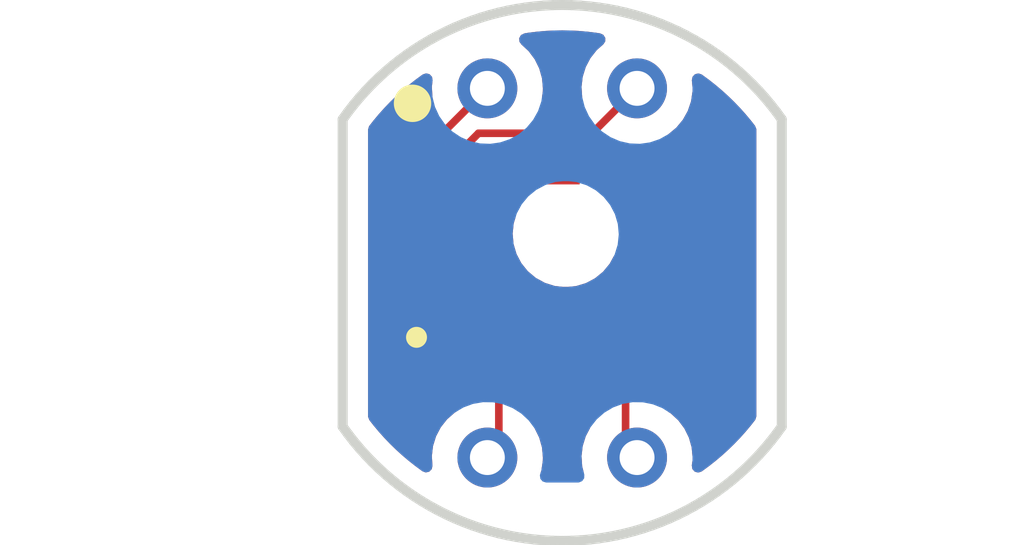
<source format=kicad_pcb>
(kicad_pcb (version 20211014) (generator pcbnew)
  (layers (0 "F.Cu" signal) (31 "B.Cu" signal) (34 "B.Paste" user) (35 "F.Paste" user) (36 "B.SilkS" user "B.Silkscreen") (37 "F.SilkS" user "F.Silkscreen") (38 "B.Mask" user) (39 "F.Mask" user) (44 "Edge.Cuts" user))
  (net 0 "")
  (net 1 "Net-(U1-Pad3)")
  (net 2 "Net-(U1-Pad2)")
  (net 3 "Net-(J1-Pad3)")
  (net 4 "Net-(J1-Pad4)")
  (footprint "WARBL footprints:Pressure sensor header" (layer "F.Cu") (at 148.5 86.3)
    (fp_text reference "J1" hide)
    (fp_text value "Pressure sensor connector")
    (pad "1" thru_hole circle (at 0 0) (size 1.2 1.2) (drill 0.7) (layers *.Cu *.Mask) (net 2 "Net-(U1-Pad2)"))
    (pad "2" thru_hole oval (at 3 0) (size 1.2 1.2) (drill 0.7) (layers *.Cu *.Mask) (net 1 "Net-(U1-Pad3)"))
    (pad "3" thru_hole oval (at 3 7.4) (size 1.2 1.2) (drill 0.7) (layers *.Cu *.Mask) (net 3 "Net-(J1-Pad3)"))
    (pad "4" thru_hole oval (at 0 7.4) (size 1.2 1.2) (drill 0.7) (layers *.Cu *.Mask) (net 4 "Net-(J1-Pad4)"))
  )
  (footprint "WARBL footprints:MPRLS0001PG00001C" (layer "F.Cu") (at 150 90 -90)
    (fp_text reference "U1" hide)
    (fp_text value "MPRLS0001PG00001C pressure sensor" hide)
    (fp_circle (center 1.29 2.92) (end 1.44 2.92) (layer "F.SilkS") (width 0.12) (fill solid))
    (pad "" np_thru_hole circle locked (at -0.78 -0.07 270) (size 1.1 1.1) (drill 1.1) (layers *.Cu *.Mask))
    (pad "1" smd rect locked (at 1.27 2.1) (size 0.65 0.7) (layers "F.Cu" "F.Paste" "F.Mask"))
    (pad "2" smd rect locked (at 0 2.1) (size 0.65 0.7) (layers "F.Cu" "F.Paste" "F.Mask") (net 2 "Net-(U1-Pad2)"))
    (pad "3" smd rect locked (at -1.27 2.1) (size 0.65 0.7) (layers "F.Cu" "F.Paste" "F.Mask") (net 1 "Net-(U1-Pad3)"))
    (pad "4" smd rect locked (at -2.1 1.27 270) (size 0.65 0.7) (layers "F.Cu" "F.Paste" "F.Mask"))
    (pad "5" smd rect locked (at -2.1 0 270) (size 0.65 0.7) (layers "F.Cu" "F.Paste" "F.Mask"))
    (pad "6" smd rect locked (at -2.1 -1.27 270) (size 0.65 0.7) (layers "F.Cu" "F.Paste" "F.Mask"))
    (pad "7" smd rect locked (at -1.27 -2.1) (size 0.65 0.7) (layers "F.Cu" "F.Paste" "F.Mask"))
    (pad "8" smd rect locked (at 0 -2.1) (size 0.65 0.7) (layers "F.Cu" "F.Paste" "F.Mask"))
    (pad "9" smd rect locked (at 1.27 -2.1) (size 0.65 0.7) (layers "F.Cu" "F.Paste" "F.Mask"))
    (pad "10" smd rect locked (at 2.1 -1.27 270) (size 0.65 0.7) (layers "F.Cu" "F.Paste" "F.Mask") (net 3 "Net-(J1-Pad3)"))
    (pad "11" smd rect locked (at 2.1 0 270) (size 0.65 0.7) (layers "F.Cu" "F.Paste" "F.Mask"))
    (pad "12" smd rect locked (at 2.1 1.27 270) (size 0.65 0.7) (layers "F.Cu" "F.Paste" "F.Mask") (net 4 "Net-(J1-Pad4)"))
  )
  (gr_circle (center 147 86.6) (end 147.3 86.6) (layer "F.SilkS") (width 0.15) (fill solid))
  (gr_line locked (start 152.80097 94.582429) (end 152.956426 94.483708) (layer "Edge.Cuts") (width 0.2))
  (gr_line locked (start 153.937594 86.347681) (end 153.810065 86.214834) (layer "Edge.Cuts") (width 0.2))
  (gr_line locked (start 147.519632 85.236403) (end 147.357777 85.324239) (layer "Edge.Cuts") (width 0.2))
  (gr_line locked (start 154.291832 93.228662) (end 154.4 93.079625) (layer "Edge.Cuts") (width 0.2))
  (gr_line locked (start 151.978083 94.993123) (end 152.148102 94.922372) (layer "Edge.Cuts") (width 0.2))
  (gr_line locked (start 151.097191 95.257401) (end 151.276788 95.216694) (layer "Edge.Cuts") (width 0.2))
  (gr_line locked (start 148.902808 84.7426) (end 148.723211 84.783307) (layer "Edge.Cuts") (width 0.2))
  (gr_line locked (start 152.148102 94.922372) (end 152.315596 94.845834) (layer "Edge.Cuts") (width 0.2))
  (gr_line locked (start 145.708167 86.771339) (end 145.6 86.920376) (layer "Edge.Cuts") (width 0.2))
  (gr_line locked (start 147.851897 85.077629) (end 147.684403 85.154167) (layer "Edge.Cuts") (width 0.2))
  (gr_line locked (start 154.060494 93.515178) (end 154.17862 93.373903) (layer "Edge.Cuts") (width 0.2))
  (gr_line locked (start 145.939505 86.484823) (end 145.821379 86.626098) (layer "Edge.Cuts") (width 0.2))
  (gr_line locked (start 146.062405 86.347681) (end 145.939505 86.484823) (layer "Edge.Cuts") (width 0.2))
  (gr_line locked (start 154.4 86.920376) (end 154.291832 86.771339) (layer "Edge.Cuts") (width 0.2))
  (gr_line locked (start 148.723211 95.216694) (end 148.902808 95.257401) (layer "Edge.Cuts") (width 0.2))
  (gr_line locked (start 145.6 93.079625) (end 145.708167 93.228662) (layer "Edge.Cuts") (width 0.2))
  (gr_line locked (start 145.939505 93.515178) (end 146.062405 93.65232) (layer "Edge.Cuts") (width 0.2))
  (gr_line locked (start 153.541723 94.037361) (end 153.678056 93.913565) (layer "Edge.Cuts") (width 0.2))
  (gr_line locked (start 153.108405 94.379715) (end 153.25673 94.270573) (layer "Edge.Cuts") (width 0.2))
  (gr_line locked (start 150 84.629332) (end 149.815874 84.632489) (layer "Edge.Cuts") (width 0.2))
  (gr_line locked (start 154.060494 86.484823) (end 153.937594 86.347681) (layer "Edge.Cuts") (width 0.2))
  (gr_line locked (start 147.357777 85.324239) (end 147.199029 85.417572) (layer "Edge.Cuts") (width 0.2))
  (gr_line locked (start 152.642222 85.324239) (end 152.480367 85.236403) (layer "Edge.Cuts") (width 0.2))
  (gr_line locked (start 152.480367 85.236403) (end 152.315596 85.154167) (layer "Edge.Cuts") (width 0.2))
  (gr_line locked (start 153.401226 85.843591) (end 153.25673 85.729428) (layer "Edge.Cuts") (width 0.2))
  (gr_line locked (start 149.083696 95.291926) (end 149.26566 95.320229) (layer "Edge.Cuts") (width 0.2))
  (gr_line locked (start 146.321943 93.913565) (end 146.458276 94.037361) (layer "Edge.Cuts") (width 0.2))
  (gr_line locked (start 148.545115 84.830146) (end 148.368729 84.883064) (layer "Edge.Cuts") (width 0.2))
  (gr_line locked (start 151.978083 85.006878) (end 151.805738 84.941998) (layer "Edge.Cuts") (width 0.2))
  (gr_line locked (start 152.315596 94.845834) (end 152.480367 94.763598) (layer "Edge.Cuts") (width 0.2))
  (gr_line locked (start 150.184125 95.367512) (end 150.368034 95.358045) (layer "Edge.Cuts") (width 0.2))
  (gr_line locked (start 150.184125 84.632489) (end 150 84.629332) (layer "Edge.Cuts") (width 0.2))
  (gr_line locked (start 147.851897 94.922372) (end 148.021916 94.993123) (layer "Edge.Cuts") (width 0.2))
  (gr_line locked (start 146.598773 85.843591) (end 146.458276 85.96264) (layer "Edge.Cuts") (width 0.2))
  (gr_line locked (start 150.734339 84.679772) (end 150.551511 84.657724) (layer "Edge.Cuts") (width 0.2))
  (gr_line locked (start 146.743269 85.729428) (end 146.598773 85.843591) (layer "Edge.Cuts") (width 0.2))
  (gr_line locked (start 146.598773 94.156411) (end 146.743269 94.270573) (layer "Edge.Cuts") (width 0.2))
  (gr_line locked (start 154.291832 86.771339) (end 154.17862 86.626098) (layer "Edge.Cuts") (width 0.2))
  (gr_line locked (start 145.821379 86.626098) (end 145.708167 86.771339) (layer "Edge.Cuts") (width 0.2))
  (gr_line locked (start 154.17862 93.373903) (end 154.291832 93.228662) (layer "Edge.Cuts") (width 0.2))
  (gr_line locked (start 148.194261 95.058003) (end 148.368729 95.116937) (layer "Edge.Cuts") (width 0.2))
  (gr_line locked (start 147.684403 85.154167) (end 147.519632 85.236403) (layer "Edge.Cuts") (width 0.2))
  (gr_line locked (start 148.545115 95.169855) (end 148.723211 95.216694) (layer "Edge.Cuts") (width 0.2))
  (gr_line locked (start 146.891594 94.379715) (end 147.043573 94.483708) (layer "Edge.Cuts") (width 0.2))
  (gr_line locked (start 151.097191 84.7426) (end 150.916303 84.708075) (layer "Edge.Cuts") (width 0.2))
  (gr_line locked (start 149.815874 84.632489) (end 149.631965 84.641957) (layer "Edge.Cuts") (width 0.2))
  (gr_line locked (start 148.368729 95.116937) (end 148.545115 95.169855) (layer "Edge.Cuts") (width 0.2))
  (gr_line locked (start 148.723211 84.783307) (end 148.545115 84.830146) (layer "Edge.Cuts") (width 0.2))
  (gr_line locked (start 147.357777 94.675762) (end 147.519632 94.763598) (layer "Edge.Cuts") (width 0.2))
  (gr_line locked (start 148.368729 84.883064) (end 148.194261 84.941998) (layer "Edge.Cuts") (width 0.2))
  (gr_line locked (start 148.021916 85.006878) (end 147.851897 85.077629) (layer "Edge.Cuts") (width 0.2))
  (gr_line locked (start 147.684403 94.845834) (end 147.851897 94.922372) (layer "Edge.Cuts") (width 0.2))
  (gr_line locked (start 146.891594 85.620286) (end 146.743269 85.729428) (layer "Edge.Cuts") (width 0.2))
  (gr_line locked (start 146.062405 93.65232) (end 146.189934 93.785167) (layer "Edge.Cuts") (width 0.2))
  (gr_line locked (start 154.4 93.079625) (end 154.4 86.920376) (layer "Edge.Cuts") (width 0.2))
  (gr_line locked (start 147.043573 94.483708) (end 147.199029 94.582429) (layer "Edge.Cuts") (width 0.2))
  (gr_line locked (start 149.631965 95.358045) (end 149.815874 95.367512) (layer "Edge.Cuts") (width 0.2))
  (gr_line locked (start 151.454884 84.830146) (end 151.276788 84.783307) (layer "Edge.Cuts") (width 0.2))
  (gr_line locked (start 146.189934 93.785167) (end 146.321943 93.913565) (layer "Edge.Cuts") (width 0.2))
  (gr_line locked (start 152.956426 85.516293) (end 152.80097 85.417572) (layer "Edge.Cuts") (width 0.2))
  (gr_line locked (start 153.678056 86.086436) (end 153.541723 85.96264) (layer "Edge.Cuts") (width 0.2))
  (gr_line locked (start 149.448488 95.342277) (end 149.631965 95.358045) (layer "Edge.Cuts") (width 0.2))
  (gr_line locked (start 145.708167 93.228662) (end 145.821379 93.373903) (layer "Edge.Cuts") (width 0.2))
  (gr_line locked (start 149.26566 95.320229) (end 149.448488 95.342277) (layer "Edge.Cuts") (width 0.2))
  (gr_line locked (start 153.25673 85.729428) (end 153.108405 85.620286) (layer "Edge.Cuts") (width 0.2))
  (gr_line locked (start 153.108405 85.620286) (end 152.956426 85.516293) (layer "Edge.Cuts") (width 0.2))
  (gr_line locked (start 146.458276 85.96264) (end 146.321943 86.086436) (layer "Edge.Cuts") (width 0.2))
  (gr_line locked (start 151.454884 95.169855) (end 151.63127 95.116937) (layer "Edge.Cuts") (width 0.2))
  (gr_line locked (start 150 95.370669) (end 150.184125 95.367512) (layer "Edge.Cuts") (width 0.2))
  (gr_line locked (start 146.321943 86.086436) (end 146.189934 86.214834) (layer "Edge.Cuts") (width 0.2))
  (gr_line locked (start 148.902808 95.257401) (end 149.083696 95.291926) (layer "Edge.Cuts") (width 0.2))
  (gr_line locked (start 150.551511 84.657724) (end 150.368034 84.641957) (layer "Edge.Cuts") (width 0.2))
  (gr_line locked (start 150.916303 95.291926) (end 151.097191 95.257401) (layer "Edge.Cuts") (width 0.2))
  (gr_line locked (start 148.021916 94.993123) (end 148.194261 95.058003) (layer "Edge.Cuts") (width 0.2))
  (gr_line locked (start 148.194261 84.941998) (end 148.021916 85.006878) (layer "Edge.Cuts") (width 0.2))
  (gr_line locked (start 151.276788 95.216694) (end 151.454884 95.169855) (layer "Edge.Cuts") (width 0.2))
  (gr_line locked (start 152.80097 85.417572) (end 152.642222 85.324239) (layer "Edge.Cuts") (width 0.2))
  (gr_line locked (start 152.956426 94.483708) (end 153.108405 94.379715) (layer "Edge.Cuts") (width 0.2))
  (gr_line locked (start 152.315596 85.154167) (end 152.148102 85.077629) (layer "Edge.Cuts") (width 0.2))
  (gr_line locked (start 149.083696 84.708075) (end 148.902808 84.7426) (layer "Edge.Cuts") (width 0.2))
  (gr_line locked (start 154.17862 86.626098) (end 154.060494 86.484823) (layer "Edge.Cuts") (width 0.2))
  (gr_line locked (start 150.916303 84.708075) (end 150.734339 84.679772) (layer "Edge.Cuts") (width 0.2))
  (gr_line locked (start 146.458276 94.037361) (end 146.598773 94.156411) (layer "Edge.Cuts") (width 0.2))
  (gr_line locked (start 153.401226 94.156411) (end 153.541723 94.037361) (layer "Edge.Cuts") (width 0.2))
  (gr_line locked (start 147.519632 94.763598) (end 147.684403 94.845834) (layer "Edge.Cuts") (width 0.2))
  (gr_line locked (start 151.276788 84.783307) (end 151.097191 84.7426) (layer "Edge.Cuts") (width 0.2))
  (gr_line locked (start 152.148102 85.077629) (end 151.978083 85.006878) (layer "Edge.Cuts") (width 0.2))
  (gr_line locked (start 153.678056 93.913565) (end 153.810065 93.785167) (layer "Edge.Cuts") (width 0.2))
  (gr_line locked (start 150.734339 95.320229) (end 150.916303 95.291926) (layer "Edge.Cuts") (width 0.2))
  (gr_line locked (start 152.480367 94.763598) (end 152.642222 94.675762) (layer "Edge.Cuts") (width 0.2))
  (gr_line locked (start 153.810065 86.214834) (end 153.678056 86.086436) (layer "Edge.Cuts") (width 0.2))
  (gr_line locked (start 146.743269 94.270573) (end 146.891594 94.379715) (layer "Edge.Cuts") (width 0.2))
  (gr_line locked (start 152.642222 94.675762) (end 152.80097 94.582429) (layer "Edge.Cuts") (width 0.2))
  (gr_line locked (start 153.937594 93.65232) (end 154.060494 93.515178) (layer "Edge.Cuts") (width 0.2))
  (gr_line locked (start 150.368034 95.358045) (end 150.551511 95.342277) (layer "Edge.Cuts") (width 0.2))
  (gr_line locked (start 149.631965 84.641957) (end 149.448488 84.657724) (layer "Edge.Cuts") (width 0.2))
  (gr_line locked (start 153.541723 85.96264) (end 153.401226 85.843591) (layer "Edge.Cuts") (width 0.2))
  (gr_line locked (start 153.25673 94.270573) (end 153.401226 94.156411) (layer "Edge.Cuts") (width 0.2))
  (gr_line locked (start 151.805738 84.941998) (end 151.63127 84.883064) (layer "Edge.Cuts") (width 0.2))
  (gr_line locked (start 149.448488 84.657724) (end 149.26566 84.679772) (layer "Edge.Cuts") (width 0.2))
  (gr_line locked (start 147.043573 85.516293) (end 146.891594 85.620286) (layer "Edge.Cuts") (width 0.2))
  (gr_line locked (start 149.26566 84.679772) (end 149.083696 84.708075) (layer "Edge.Cuts") (width 0.2))
  (gr_line locked (start 151.63127 84.883064) (end 151.454884 84.830146) (layer "Edge.Cuts") (width 0.2))
  (gr_line locked (start 147.199029 94.582429) (end 147.357777 94.675762) (layer "Edge.Cuts") (width 0.2))
  (gr_line locked (start 146.189934 86.214834) (end 146.062405 86.347681) (layer "Edge.Cuts") (width 0.2))
  (gr_line locked (start 150.368034 84.641957) (end 150.184125 84.632489) (layer "Edge.Cuts") (width 0.2))
  (gr_line locked (start 150.551511 95.342277) (end 150.734339 95.320229) (layer "Edge.Cuts") (width 0.2))
  (gr_line locked (start 145.821379 93.373903) (end 145.939505 93.515178) (layer "Edge.Cuts") (width 0.2))
  (gr_line locked (start 151.63127 95.116937) (end 151.805738 95.058003) (layer "Edge.Cuts") (width 0.2))
  (gr_line locked (start 149.815874 95.367512) (end 150 95.370669) (layer "Edge.Cuts") (width 0.2))
  (gr_line locked (start 145.6 86.920376) (end 145.6 93.079625) (layer "Edge.Cuts") (width 0.2))
  (gr_line locked (start 147.199029 85.417572) (end 147.043573 85.516293) (layer "Edge.Cuts") (width 0.2))
  (gr_line locked (start 153.810065 93.785167) (end 153.937594 93.65232) (layer "Edge.Cuts") (width 0.2))
  (gr_line locked (start 151.805738 95.058003) (end 151.978083 94.993123) (layer "Edge.Cuts") (width 0.2))
  (segment (start 150.6 87.2) (end 151.5 86.3) (width 0.1524) (layer "F.Cu") (net 1))
  (segment (start 147.9 87.6226) (end 148.3226 87.2) (width 0.1524) (layer "F.Cu") (net 1))
  (segment (start 147.9 88.73) (end 147.9 87.6226) (width 0.1524) (layer "F.Cu") (net 1))
  (segment (start 148.3226 87.2) (end 150.6 87.2) (width 0.1524) (layer "F.Cu") (net 1))
  (segment (start 147 89.1) (end 147 87.8) (width 0.1524) (layer "F.Cu") (net 2))
  (segment (start 147 87.8) (end 148.5 86.3) (width 0.1524) (layer "F.Cu") (net 2))
  (segment (start 147.9 90) (end 147 89.1) (width 0.1524) (layer "F.Cu") (net 2))
  (segment (start 151.27 93.47) (end 151.5 93.7) (width 0.1524) (layer "F.Cu") (net 3))
  (segment (start 151.27 92.1) (end 151.27 93.47) (width 0.1524) (layer "F.Cu") (net 3))
  (segment (start 148.73 93.47) (end 148.5 93.7) (width 0.1524) (layer "F.Cu") (net 4))
  (segment (start 148.73 92.1) (end 148.73 93.47) (width 0.1524) (layer "F.Cu") (net 4))
  (zone (net 0) (net_name "") (layer "F.Cu") (connect_pads (clearance 0.508)) (min_thickness 0.254) (fill yes (thermal_gap 0.508) (thermal_bridge_width 0.508))
    (polygon (pts (xy 154.4 94.1) (xy 145.6 94.2) (xy 145.7 85.1) (xy 154.5 85.1)))
  )
  (zone (net 0) (net_name "") (layer "B.Cu") (connect_pads (clearance 0.508)) (min_thickness 0.254) (fill yes (thermal_gap 0.508) (thermal_bridge_width 0.508))
    (polygon (pts (xy 154.4 94.2) (xy 145.7 94.2) (xy 145.7 85.1) (xy 154.4 85.1)))
  )
)
</source>
